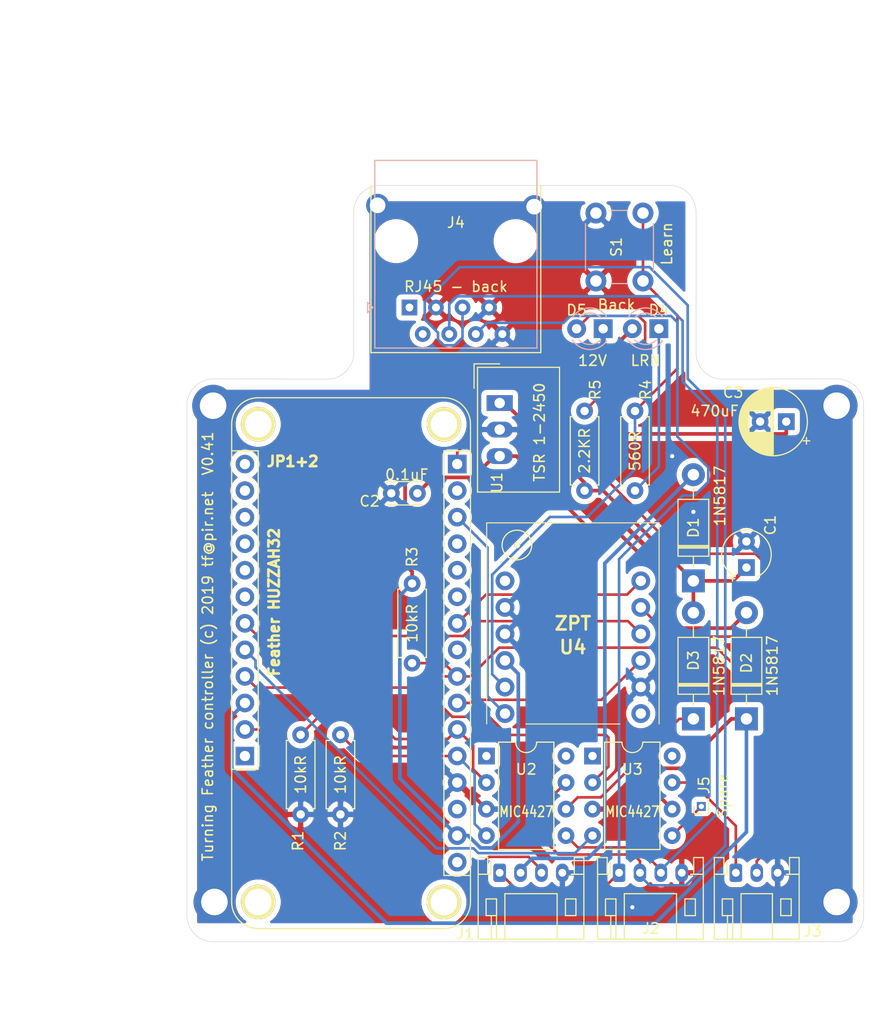
<source format=kicad_pcb>
(kicad_pcb (version 20171130) (host pcbnew "(5.1.4-0-10_14)")
  (layers (0 F.Cu signal) (31 B.Cu signal) (37 F.SilkS user) (38 B.Mask user) (39 F.Mask user) (44 Edge.Cuts user))
  (net 0 "")
  (net 1 +12V)
  (net 2 GND)
  (net 3 +5V)
  (net 4 "Net-(D1-Pad2)")
  (net 5 +3V3)
  (net 6 "Net-(J1-Pad3)")
  (net 7 "Net-(J2-Pad3)")
  (net 8 "Net-(U2-Pad1)")
  (net 9 "Net-(U2-Pad8)")
  (net 10 "Net-(U3-Pad8)")
  (net 11 "Net-(U3-Pad1)")
  (net 12 "Net-(U4-Pad1)")
  (net 13 "Net-(U4-Pad7)")
  (net 14 "Net-(R4-Pad1)")
  (net 15 "Net-(J3-Pad2)")
  (net 16 "Net-(C2-Pad1)")
  (net 17 "Net-(J2-Pad2)")
  (net 18 "Net-(J3-Pad1)")
  (net 19 "Net-(JP1+2-Pad1)")
  (net 20 "Net-(JP1+2-Pad3)")
  (net 21 "Net-(JP1+2-Pad5)")
  (net 22 "Net-(JP1+2-Pad6)")
  (net 23 "Net-(JP1+2-Pad7)")
  (net 24 "Net-(JP1+2-Pad9)")
  (net 25 "Net-(JP1+2-Pad10)")
  (net 26 "Net-(JP1+2-Pad11)")
  (net 27 "Net-(JP1+2-Pad12)")
  (net 28 "Net-(JP1+2-Pad13)")
  (net 29 "Net-(JP1+2-Pad14)")
  (net 30 "Net-(JP1+2-Pad15)")
  (net 31 "Net-(JP1+2-Pad16)")
  (net 32 "Net-(JP1+2-Pad28)")
  (net 33 "Net-(JP1+2-Pad25)")
  (net 34 "Net-(JP1+2-Pad24)")
  (net 35 "Net-(JP1+2-Pad23)")
  (net 36 "Net-(JP1+2-Pad22)")
  (net 37 "Net-(JP1+2-Pad21)")
  (net 38 "Net-(JP1+2-Pad20)")
  (net 39 "Net-(JP1+2-Pad19)")
  (net 40 "Net-(JP1+2-Pad18)")
  (net 41 "Net-(JP1+2-Pad17)")
  (net 42 "Net-(J1-Pad1)")
  (net 43 "Net-(J4-Pad2)")
  (net 44 "Net-(J4-Pad1)")
  (net 45 "Net-(D4-Pad1)")
  (net 46 "Net-(J5-Pad1)")
  (net 47 "Net-(D3-Pad1)")
  (net 48 "Net-(D5-Pad2)")
  (module turning-feather:ZPT8RD (layer F.Cu) (at 135.128 132.334)
    (fp_text reference U4 (at 6.5 6.35) (layer F.SilkS) (effects (font (size 1.27 1.27) (thickness 0.254))))
    (fp_text value ZPT (at 6.5 4.075) (layer F.SilkS) (effects (font (size 1.27 1.27) (thickness 0.254))))
    (pad 1 thru_hole circle (at 0 0) (size 1.8 1.8) (drill 1) (layers *.Cu *.Mask) (net 12 "Net-(U4-Pad1)"))
    (pad 2 thru_hole circle (at 0 2.54) (size 1.8 1.8) (drill 1) (layers *.Cu *.Mask) (net 2 GND))
    (pad 3 thru_hole circle (at 0 5.08) (size 1.8 1.8) (drill 1) (layers *.Cu *.Mask) (net 2 GND))
    (pad 4 thru_hole circle (at 0 7.62) (size 1.8 1.8) (drill 1) (layers *.Cu *.Mask) (net 5 +3V3))
    (pad 5 thru_hole circle (at 0 10.16) (size 1.8 1.8) (drill 1) (layers *.Cu *.Mask) (net 14 "Net-(R4-Pad1)"))
    (pad 6 thru_hole circle (at 0 12.7) (size 1.8 1.8) (drill 1) (layers *.Cu *.Mask) (net 29 "Net-(JP1+2-Pad14)"))
    (pad 7 thru_hole circle (at 13 12.7) (size 1.8 1.8) (drill 1) (layers *.Cu *.Mask) (net 13 "Net-(U4-Pad7)"))
    (pad 8 thru_hole circle (at 13 10.16) (size 1.8 1.8) (drill 1) (layers *.Cu *.Mask) (net 2 GND))
    (pad 9 thru_hole circle (at 13 7.62) (size 1.8 1.8) (drill 1) (layers *.Cu *.Mask) (net 23 "Net-(JP1+2-Pad7)"))
    (pad 10 thru_hole circle (at 13 5.08) (size 1.8 1.8) (drill 1) (layers *.Cu *.Mask) (net 35 "Net-(JP1+2-Pad23)"))
    (pad 11 thru_hole circle (at 13 2.54) (size 1.8 1.8) (drill 1) (layers *.Cu *.Mask) (net 31 "Net-(JP1+2-Pad16)"))
    (pad 12 thru_hole circle (at 13 0) (size 1.8 1.8) (drill 1) (layers *.Cu *.Mask) (net 25 "Net-(JP1+2-Pad10)"))
  )
  (module turning-feather:RJ45_Horizontal_Shielded (layer B.Cu) (at 125.984 106.172)
    (fp_text reference J4 (at 4.445 -8.128) (layer F.SilkS))
    (fp_text value RJ45_Shielded)
    (fp_text user "RJ45 - back" (at 4.445 -2) (layer F.SilkS))
    (pad 8 thru_hole circle (at 8.89 2.54) (size 1.5 1.5) (drill 0.76) (layers *.Cu *.Mask) (net 2 GND))
    (pad 7 thru_hole circle (at 7.62 0) (size 1.5 1.5) (drill 0.76) (layers *.Cu *.Mask) (net 2 GND))
    (pad 6 thru_hole circle (at 6.35 2.54) (size 1.5 1.5) (drill 0.76) (layers *.Cu *.Mask) (net 42 "Net-(J1-Pad1)"))
    (pad 5 thru_hole circle (at 5.08 0) (size 1.5 1.5) (drill 0.76) (layers *.Cu *.Mask) (net 17 "Net-(J2-Pad2)"))
    (pad 4 thru_hole circle (at 3.81 2.54) (size 1.5 1.5) (drill 0.76) (layers *.Cu *.Mask) (net 7 "Net-(J2-Pad3)"))
    (pad 3 thru_hole circle (at 2.54 0) (size 1.5 1.5) (drill 0.76) (layers *.Cu *.Mask) (net 2 GND))
    (pad 2 thru_hole circle (at 1.27 2.54) (size 1.5 1.5) (drill 0.76) (layers *.Cu *.Mask) (net 43 "Net-(J4-Pad2)"))
    (pad 1 thru_hole rect (at 0 0) (size 1.5 1.5) (drill 0.76) (layers *.Cu *.Mask) (net 44 "Net-(J4-Pad1)"))
    (pad "" np_thru_hole circle (at -1.27 -6.35) (size 3.2 3.2) (drill 3.2) (layers *.Cu *.Mask))
    (pad "" np_thru_hole circle (at 10.16 -6.35) (size 3.2 3.2) (drill 3.2) (layers *.Cu *.Mask))
    (pad SH1 thru_hole circle (at -3.048 -9.779) (size 2.2 2.2) (drill 1.5) (layers *.Cu *.Mask) (net 2 GND))
    (pad SH2 thru_hole circle (at 11.938 -9.652) (size 2.2 2.2) (drill 1.5) (layers *.Cu *.Mask) (net 2 GND))
  )
  (module Package_DIP:DIP-8_W7.62mm (layer F.Cu) (at 133.35 149.098)
    (fp_text reference U2 (at 3.81 1.27) (layer F.SilkS))
    (fp_text value MIC4427 (at 3.81 5.334) (layer F.SilkS) (effects (font (size 1 0.8))))
    (pad 1 thru_hole rect (at 0 0) (size 1.6 1.6) (drill 0.8) (layers *.Cu *.Mask) (net 8 "Net-(U2-Pad1)"))
    (pad 5 thru_hole oval (at 7.62 7.62) (size 1.6 1.6) (drill 0.8) (layers *.Cu *.Mask) (net 7 "Net-(J2-Pad3)"))
    (pad 2 thru_hole oval (at 0 2.54) (size 1.6 1.6) (drill 0.8) (layers *.Cu *.Mask) (net 22 "Net-(JP1+2-Pad6)"))
    (pad 6 thru_hole oval (at 7.62 5.08) (size 1.6 1.6) (drill 0.8) (layers *.Cu *.Mask) (net 47 "Net-(D3-Pad1)"))
    (pad 3 thru_hole oval (at 0 5.08) (size 1.6 1.6) (drill 0.8) (layers *.Cu *.Mask) (net 2 GND))
    (pad 7 thru_hole oval (at 7.62 2.54) (size 1.6 1.6) (drill 0.8) (layers *.Cu *.Mask) (net 17 "Net-(J2-Pad2)"))
    (pad 4 thru_hole oval (at 0 7.62) (size 1.6 1.6) (drill 0.8) (layers *.Cu *.Mask) (net 21 "Net-(JP1+2-Pad5)"))
    (pad 8 thru_hole oval (at 7.62 0) (size 1.6 1.6) (drill 0.8) (layers *.Cu *.Mask) (net 9 "Net-(U2-Pad8)"))
  )
  (module turning-feather:ADAFRUIT_FEATHER (layer F.Cu) (at 120.396 140.208 180)
    (fp_text reference JP1+2 (at 5.588 19.304 180) (layer F.SilkS) (effects (font (thickness 0.25))))
    (fp_text value "Feather HUZZAH32" (at 7.366 5.842 270) (layer F.SilkS) (effects (font (thickness 0.25))))
    (pad "" thru_hole circle (at 8.89 -22.86 90) (size 3.302 3.302) (drill 2.54) (layers *.Cu *.Mask F.SilkS))
    (pad "" thru_hole circle (at -8.89 -22.86 90) (size 3.302 3.302) (drill 2.54) (layers *.Cu *.Mask F.SilkS))
    (pad "" thru_hole circle (at -8.89 22.86 90) (size 3.302 3.302) (drill 2.54) (layers *.Cu *.Mask F.SilkS))
    (pad "" thru_hole circle (at 8.89 22.86 90) (size 3.302 3.302) (drill 2.54) (layers *.Cu *.Mask F.SilkS))
    (pad 1 thru_hole circle (at -10.16 -19.05 90) (size 1.778 1.778) (drill 0.9906) (layers *.Cu *.Mask) (net 19 "Net-(JP1+2-Pad1)"))
    (pad 2 thru_hole circle (at -10.16 -16.51 90) (size 1.778 1.778) (drill 0.9906) (layers *.Cu *.Mask) (net 5 +3V3))
    (pad 3 thru_hole circle (at -10.16 -13.97 90) (size 1.778 1.778) (drill 0.9906) (layers *.Cu *.Mask) (net 20 "Net-(JP1+2-Pad3)"))
    (pad 4 thru_hole circle (at -10.16 -11.43 90) (size 1.778 1.778) (drill 0.9906) (layers *.Cu *.Mask) (net 2 GND))
    (pad 5 thru_hole circle (at -10.16 -8.89 90) (size 1.778 1.778) (drill 0.9906) (layers *.Cu *.Mask) (net 21 "Net-(JP1+2-Pad5)"))
    (pad 6 thru_hole circle (at -10.16 -6.35 90) (size 1.778 1.778) (drill 0.9906) (layers *.Cu *.Mask) (net 22 "Net-(JP1+2-Pad6)"))
    (pad 7 thru_hole circle (at -10.16 -3.81 90) (size 1.778 1.778) (drill 0.9906) (layers *.Cu *.Mask) (net 23 "Net-(JP1+2-Pad7)"))
    (pad 8 thru_hole circle (at -10.16 -1.27 90) (size 1.778 1.778) (drill 0.9906) (layers *.Cu *.Mask) (net 15 "Net-(J3-Pad2)"))
    (pad 9 thru_hole circle (at -10.16 1.27 90) (size 1.778 1.778) (drill 0.9906) (layers *.Cu *.Mask) (net 24 "Net-(JP1+2-Pad9)"))
    (pad 10 thru_hole circle (at -10.16 3.81 90) (size 1.778 1.778) (drill 0.9906) (layers *.Cu *.Mask) (net 25 "Net-(JP1+2-Pad10)"))
    (pad 11 thru_hole circle (at -10.16 6.35 90) (size 1.778 1.778) (drill 0.9906) (layers *.Cu *.Mask) (net 26 "Net-(JP1+2-Pad11)"))
    (pad 12 thru_hole circle (at -10.16 8.89 90) (size 1.778 1.778) (drill 0.9906) (layers *.Cu *.Mask) (net 27 "Net-(JP1+2-Pad12)"))
    (pad 13 thru_hole circle (at -10.16 11.43 90) (size 1.778 1.778) (drill 0.9906) (layers *.Cu *.Mask) (net 28 "Net-(JP1+2-Pad13)"))
    (pad 14 thru_hole circle (at -10.16 13.97 90) (size 1.778 1.778) (drill 0.9906) (layers *.Cu *.Mask) (net 29 "Net-(JP1+2-Pad14)"))
    (pad 15 thru_hole circle (at -10.16 16.51 90) (size 1.778 1.778) (drill 0.9906) (layers *.Cu *.Mask) (net 30 "Net-(JP1+2-Pad15)"))
    (pad 16 thru_hole rect (at -10.16 19.05 90) (size 1.778 1.778) (drill 0.9906) (layers *.Cu *.Mask) (net 31 "Net-(JP1+2-Pad16)"))
    (pad 27 thru_hole circle (at 10.16 -6.35 90) (size 1.778 1.778) (drill 0.9906) (layers *.Cu *.Mask) (net 6 "Net-(J1-Pad3)"))
    (pad 28 thru_hole rect (at 10.16 -8.89 90) (size 1.778 1.778) (drill 0.9906) (layers *.Cu *.Mask) (net 32 "Net-(JP1+2-Pad28)"))
    (pad 26 thru_hole circle (at 10.16 -3.81 90) (size 1.778 1.778) (drill 0.9906) (layers *.Cu *.Mask) (net 3 +5V))
    (pad 25 thru_hole circle (at 10.16 -1.27 90) (size 1.778 1.778) (drill 0.9906) (layers *.Cu *.Mask) (net 33 "Net-(JP1+2-Pad25)"))
    (pad 24 thru_hole circle (at 10.16 1.27 90) (size 1.778 1.778) (drill 0.9906) (layers *.Cu *.Mask) (net 34 "Net-(JP1+2-Pad24)"))
    (pad 23 thru_hole circle (at 10.16 3.81 90) (size 1.778 1.778) (drill 0.9906) (layers *.Cu *.Mask) (net 35 "Net-(JP1+2-Pad23)"))
    (pad 22 thru_hole circle (at 10.16 6.35 90) (size 1.778 1.778) (drill 0.9906) (layers *.Cu *.Mask) (net 36 "Net-(JP1+2-Pad22)"))
    (pad 21 thru_hole circle (at 10.16 8.89 90) (size 1.778 1.778) (drill 0.9906) (layers *.Cu *.Mask) (net 37 "Net-(JP1+2-Pad21)"))
    (pad 20 thru_hole circle (at 10.16 11.43 90) (size 1.778 1.778) (drill 0.9906) (layers *.Cu *.Mask) (net 38 "Net-(JP1+2-Pad20)"))
    (pad 19 thru_hole circle (at 10.16 13.97 90) (size 1.778 1.778) (drill 0.9906) (layers *.Cu *.Mask) (net 39 "Net-(JP1+2-Pad19)"))
    (pad 18 thru_hole circle (at 10.16 16.51 90) (size 1.778 1.778) (drill 0.9906) (layers *.Cu *.Mask) (net 40 "Net-(JP1+2-Pad18)"))
    (pad 17 thru_hole circle (at 10.16 19.05 90) (size 1.778 1.778) (drill 0.9906) (layers *.Cu *.Mask) (net 41 "Net-(JP1+2-Pad17)"))
  )
  (module Connector_JST:JST_PH_S3B-PH-K_1x03_P2.00mm_Horizontal (layer F.Cu) (at 157.226 160.274)
    (fp_text reference J3 (at 7.366 5.588) (layer F.SilkS))
    (fp_text value Buttons/beep)
    (pad 1 thru_hole roundrect (at 0 0) (size 1.2 1.75) (drill 0.75) (layers *.Cu *.Mask) (roundrect_rratio 0.208333) (net 18 "Net-(J3-Pad1)"))
    (pad 2 thru_hole oval (at 2 0) (size 1.2 1.75) (drill 0.75) (layers *.Cu *.Mask) (net 15 "Net-(J3-Pad2)"))
    (pad 3 thru_hole oval (at 4 0) (size 1.2 1.75) (drill 0.75) (layers *.Cu *.Mask) (net 2 GND))
  )
  (module Connector_JST:JST_PH_S4B-PH-K_1x04_P2.00mm_Horizontal (layer F.Cu) (at 146.05 160.274)
    (fp_text reference J2 (at 3.048 5.334) (layer F.SilkS))
    (fp_text value "Out to RJ45")
    (pad 1 thru_hole roundrect (at 0 0) (size 1.2 1.75) (drill 0.75) (layers *.Cu *.Mask) (roundrect_rratio 0.208333) (net 42 "Net-(J1-Pad1)"))
    (pad 2 thru_hole oval (at 2 0) (size 1.2 1.75) (drill 0.75) (layers *.Cu *.Mask) (net 17 "Net-(J2-Pad2)"))
    (pad 3 thru_hole oval (at 4 0) (size 1.2 1.75) (drill 0.75) (layers *.Cu *.Mask) (net 7 "Net-(J2-Pad3)"))
    (pad 4 thru_hole oval (at 6 0) (size 1.2 1.75) (drill 0.75) (layers *.Cu *.Mask) (net 2 GND))
  )
  (module Button_Switch_THT:SW_PUSH_6mm_H5mm (layer B.Cu) (at 148.336 103.632 90)
    (fp_text reference S1 (at 3.25 -2.54 270) (layer F.SilkS))
    (fp_text value Learn (at 3.556 2.286 270) (layer F.SilkS))
    (pad 2 thru_hole circle (at 0 -4.5) (size 2 2) (drill 1.1) (layers *.Cu *.Mask) (net 2 GND))
    (pad 1 thru_hole circle (at 0 0) (size 2 2) (drill 1.1) (layers *.Cu *.Mask) (net 14 "Net-(R4-Pad1)"))
    (pad 2 thru_hole circle (at 6.5 -4.5) (size 2 2) (drill 1.1) (layers *.Cu *.Mask) (net 2 GND))
    (pad 1 thru_hole circle (at 6.5 0) (size 2 2) (drill 1.1) (layers *.Cu *.Mask) (net 14 "Net-(R4-Pad1)"))
  )
  (module Package_DIP:DIP-8_W7.62mm (layer F.Cu) (at 143.51 149.098)
    (fp_text reference U3 (at 3.81 1.27) (layer F.SilkS))
    (fp_text value MIC4427 (at 3.81 5.334) (layer F.SilkS) (effects (font (size 1 0.8))))
    (pad 8 thru_hole oval (at 7.62 0) (size 1.6 1.6) (drill 0.8) (layers *.Cu *.Mask) (net 10 "Net-(U3-Pad8)"))
    (pad 4 thru_hole oval (at 0 7.62) (size 1.6 1.6) (drill 0.8) (layers *.Cu *.Mask) (net 34 "Net-(JP1+2-Pad24)"))
    (pad 7 thru_hole oval (at 7.62 2.54) (size 1.6 1.6) (drill 0.8) (layers *.Cu *.Mask) (net 18 "Net-(J3-Pad1)"))
    (pad 3 thru_hole oval (at 0 5.08) (size 1.6 1.6) (drill 0.8) (layers *.Cu *.Mask) (net 2 GND))
    (pad 6 thru_hole oval (at 7.62 5.08) (size 1.6 1.6) (drill 0.8) (layers *.Cu *.Mask) (net 3 +5V))
    (pad 2 thru_hole oval (at 0 2.54) (size 1.6 1.6) (drill 0.8) (layers *.Cu *.Mask) (net 33 "Net-(JP1+2-Pad25)"))
    (pad 5 thru_hole oval (at 7.62 7.62) (size 1.6 1.6) (drill 0.8) (layers *.Cu *.Mask) (net 46 "Net-(J5-Pad1)"))
    (pad 1 thru_hole rect (at 0 0) (size 1.6 1.6) (drill 0.8) (layers *.Cu *.Mask) (net 11 "Net-(U3-Pad1)"))
  )
  (module Resistor_THT:R_Axial_DIN0207_L6.3mm_D2.5mm_P7.62mm_Horizontal (layer F.Cu) (at 119.38 147.066 270)
    (fp_text reference R2 (at 10.16 0 90) (layer F.SilkS))
    (fp_text value 10kR (at 3.81 0 90) (layer F.SilkS))
    (pad 2 thru_hole oval (at 7.62 0 270) (size 1.6 1.6) (drill 0.8) (layers *.Cu *.Mask) (net 2 GND))
    (pad 1 thru_hole circle (at 0 0 270) (size 1.6 1.6) (drill 0.8) (layers *.Cu *.Mask) (net 21 "Net-(JP1+2-Pad5)"))
  )
  (module Resistor_THT:R_Axial_DIN0207_L6.3mm_D2.5mm_P7.62mm_Horizontal (layer F.Cu) (at 115.57 147.066 270)
    (fp_text reference R1 (at 10.16 0.254 90) (layer F.SilkS))
    (fp_text value 10kR (at 3.81 0 90) (layer F.SilkS))
    (pad 2 thru_hole oval (at 7.62 0 270) (size 1.6 1.6) (drill 0.8) (layers *.Cu *.Mask) (net 2 GND))
    (pad 1 thru_hole circle (at 0 0 270) (size 1.6 1.6) (drill 0.8) (layers *.Cu *.Mask) (net 22 "Net-(JP1+2-Pad6)"))
  )
  (module LED_THT:LED_D3.0mm_Clear (layer B.Cu) (at 149.86 108.204 180)
    (fp_text reference D4 (at 0 1.778) (layer F.SilkS))
    (fp_text value LRN (at 1.27 -3.048) (layer F.SilkS))
    (pad 1 thru_hole rect (at 0 0 180) (size 1.8 1.8) (drill 0.9) (layers *.Cu *.Mask) (net 45 "Net-(D4-Pad1)"))
    (pad 2 thru_hole circle (at 2.54 0 180) (size 1.8 1.8) (drill 0.9) (layers *.Cu *.Mask) (net 5 +3V3))
  )
  (module Resistor_THT:R_Axial_DIN0207_L6.3mm_D2.5mm_P7.62mm_Horizontal (layer F.Cu) (at 126.238 132.588 270)
    (fp_text reference R3 (at -2.54 0 90) (layer F.SilkS))
    (fp_text value 10kR (at 3.81 0 90) (layer F.SilkS))
    (pad 1 thru_hole circle (at 0 0 270) (size 1.6 1.6) (drill 0.8) (layers *.Cu *.Mask) (net 5 +3V3))
    (pad 2 thru_hole oval (at 7.62 0 270) (size 1.6 1.6) (drill 0.8) (layers *.Cu *.Mask) (net 15 "Net-(J3-Pad2)"))
  )
  (module Resistor_THT:R_Axial_DIN0207_L6.3mm_D2.5mm_P7.62mm_Horizontal (layer F.Cu) (at 147.574 116.078 270)
    (fp_text reference R4 (at -2.032 -1.016 90) (layer F.SilkS))
    (fp_text value 560R (at 3.81 0 90) (layer F.SilkS))
    (pad 2 thru_hole oval (at 7.62 0 270) (size 1.6 1.6) (drill 0.8) (layers *.Cu *.Mask) (net 45 "Net-(D4-Pad1)"))
    (pad 1 thru_hole circle (at 0 0 270) (size 1.6 1.6) (drill 0.8) (layers *.Cu *.Mask) (net 14 "Net-(R4-Pad1)"))
  )
  (module Capacitor_THT:C_Disc_D3.0mm_W2.0mm_P2.50mm (layer F.Cu) (at 126.746 123.952 180)
    (fp_text reference C2 (at 4.572 -0.762) (layer F.SilkS))
    (fp_text value 0.1uF (at 1.016 1.778) (layer F.SilkS))
    (pad 2 thru_hole circle (at 2.5 0 180) (size 1.6 1.6) (drill 0.8) (layers *.Cu *.Mask) (net 2 GND))
    (pad 1 thru_hole circle (at 0 0 180) (size 1.6 1.6) (drill 0.8) (layers *.Cu *.Mask) (net 16 "Net-(C2-Pad1)"))
  )
  (module LED_THT:LED_D3.0mm_Clear (layer B.Cu) (at 144.526 108.204 180)
    (fp_text reference D5 (at 2.54 1.778) (layer F.SilkS))
    (fp_text value 12V (at 1.016 -3.048) (layer F.SilkS))
    (pad 1 thru_hole rect (at 0 0 180) (size 1.8 1.8) (drill 0.9) (layers *.Cu *.Mask) (net 2 GND))
    (pad 2 thru_hole circle (at 2.54 0 180) (size 1.8 1.8) (drill 0.9) (layers *.Cu *.Mask) (net 48 "Net-(D5-Pad2)"))
  )
  (module Resistor_THT:R_Axial_DIN0207_L6.3mm_D2.5mm_P7.62mm_Horizontal (layer F.Cu) (at 142.748 116.078 270)
    (fp_text reference R5 (at -2.032 -1.016 90) (layer F.SilkS))
    (fp_text value 2.2KR (at 3.81 0 90) (layer F.SilkS))
    (pad 1 thru_hole circle (at 0 0 270) (size 1.6 1.6) (drill 0.8) (layers *.Cu *.Mask) (net 48 "Net-(D5-Pad2)"))
    (pad 2 thru_hole oval (at 7.62 0 270) (size 1.6 1.6) (drill 0.8) (layers *.Cu *.Mask) (net 1 +12V))
  )
  (module turning-feather:Converter_DCDC_TRACO_TSR-1_THT (layer F.Cu) (at 134.62 115.316 270)
    (fp_text reference U1 (at 7.62 0.254 90) (layer F.SilkS))
    (fp_text value "TSR 1-2450" (at 2.794 -3.81 90) (layer F.SilkS))
    (pad 1 thru_hole rect (at 0 0 270) (size 1.5 2.5) (drill 1) (layers *.Cu *.Mask) (net 1 +12V))
    (pad 2 thru_hole oval (at 2.54 0 270) (size 1.5 2.5) (drill 1) (layers *.Cu *.Mask) (net 2 GND))
    (pad 3 thru_hole oval (at 5.08 0 270) (size 1.5 2.5) (drill 1) (layers *.Cu *.Mask) (net 16 "Net-(C2-Pad1)"))
  )
  (module Capacitor_THT:CP_Radial_D6.3mm_P2.50mm (layer F.Cu) (at 162.052 117.094 180)
    (fp_text reference C3 (at 5.08 2.794) (layer F.SilkS))
    (fp_text value 470uF (at 6.858 1.016) (layer F.SilkS))
    (pad 1 thru_hole rect (at 0 0 180) (size 1.6 1.6) (drill 0.8) (layers *.Cu *.Mask) (net 5 +3V3))
    (pad 2 thru_hole circle (at 2.5 0 180) (size 1.6 1.6) (drill 0.8) (layers *.Cu *.Mask) (net 2 GND))
  )
  (module Connector_JST:JST_PH_S4B-PH-K_1x04_P2.00mm_Horizontal (layer F.Cu) (at 134.62 160.274)
    (fp_text reference J1 (at -3.302 5.842) (layer F.SilkS))
    (fp_text value "Out to power switch")
    (pad 1 thru_hole roundrect (at 0 0) (size 1.2 1.75) (drill 0.75) (layers *.Cu *.Mask) (roundrect_rratio 0.208333) (net 42 "Net-(J1-Pad1)"))
    (pad 2 thru_hole oval (at 2 0) (size 1.2 1.75) (drill 0.75) (layers *.Cu *.Mask) (net 4 "Net-(D1-Pad2)"))
    (pad 3 thru_hole oval (at 4 0) (size 1.2 1.75) (drill 0.75) (layers *.Cu *.Mask) (net 6 "Net-(J1-Pad3)"))
    (pad 4 thru_hole oval (at 6 0) (size 1.2 1.75) (drill 0.75) (layers *.Cu *.Mask) (net 2 GND))
  )
  (module Diode_THT:D_DO-41_SOD81_P10.16mm_Horizontal (layer F.Cu) (at 153.162 132.334 90)
    (fp_text reference D1 (at 5.08 0 90) (layer F.SilkS))
    (fp_text value 1N5817 (at 8.128 2.54 90) (layer F.SilkS))
    (pad 1 thru_hole rect (at 0 0 90) (size 2.2 2.2) (drill 1.1) (layers *.Cu *.Mask) (net 1 +12V))
    (pad 2 thru_hole oval (at 10.16 0 90) (size 2.2 2.2) (drill 1.1) (layers *.Cu *.Mask) (net 4 "Net-(D1-Pad2)"))
  )
  (module Diode_THT:D_DO-41_SOD81_P10.16mm_Horizontal (layer F.Cu) (at 158.242 145.542 90)
    (fp_text reference D2 (at 5.334 0 90) (layer F.SilkS))
    (fp_text value 1N5817 (at 5.08 2.47 90) (layer F.SilkS))
    (pad 2 thru_hole oval (at 10.16 0 90) (size 2.2 2.2) (drill 1.1) (layers *.Cu *.Mask) (net 16 "Net-(C2-Pad1)"))
    (pad 1 thru_hole rect (at 0 0 90) (size 2.2 2.2) (drill 1.1) (layers *.Cu *.Mask) (net 3 +5V))
  )
  (module Diode_THT:D_DO-41_SOD81_P10.16mm_Horizontal (layer F.Cu) (at 153.162 145.542 90)
    (fp_text reference D3 (at 5.588 0 90) (layer F.SilkS))
    (fp_text value 1N5817 (at 5.08 2.47 90) (layer F.SilkS))
    (pad 1 thru_hole rect (at 0 0 90) (size 2.2 2.2) (drill 1.1) (layers *.Cu *.Mask) (net 47 "Net-(D3-Pad1)"))
    (pad 2 thru_hole oval (at 10.16 0 90) (size 2.2 2.2) (drill 1.1) (layers *.Cu *.Mask) (net 1 +12V))
  )
  (module Connector_PinHeader_1.00mm:PinHeader_1x01_P1.00mm_Vertical (layer F.Cu) (at 153.924 153.924 90)
    (fp_text reference J5 (at 2.032 0.254 90) (layer F.SilkS))
    (fp_text value Spare (at 1.016 2.032 90) (layer F.SilkS))
    (pad 1 thru_hole rect (at 0 0 90) (size 0.85 0.85) (drill 0.5) (layers *.Cu *.Mask) (net 46 "Net-(J5-Pad1)"))
  )
  (module Capacitor_THT:CP_Radial_Tantal_D4.5mm_P2.50mm (layer F.Cu) (at 158.242 131.064 90)
    (fp_text reference C1 (at 4.064 2.286 90) (layer F.SilkS))
    (fp_text value 22uF)
    (pad 1 thru_hole rect (at 0 0 90) (size 1.6 1.6) (drill 0.8) (layers *.Cu *.Mask) (net 1 +12V))
    (pad 2 thru_hole circle (at 2.5 0 90) (size 1.6 1.6) (drill 0.8) (layers *.Cu *.Mask) (net 2 GND))
  )
  (gr_text Back (at 145.796 105.918) (layer F.SilkS) (effects (font (size 1 1))))
  (gr_line (start 169.4561 163.0426) (end 169.4561 164.338) (layer Edge.Cuts) (width 0.05))
  (gr_line (start 104.6861 164.338) (end 104.6861 163.0426) (layer Edge.Cuts) (width 0.05))
  (gr_line (start 118.11 113.03) (end 107.2261 113.0046) (layer Edge.Cuts) (width 0.05))
  (gr_line (start 120.65 97.028) (end 120.65 110.49) (layer Edge.Cuts) (width 0.05))
  (gr_line (start 150.876 94.488) (end 123.19 94.488) (layer Edge.Cuts) (width 0.05))
  (gr_line (start 153.416 110.49) (end 153.416 97.028) (layer Edge.Cuts) (width 0.05))
  (gr_line (start 166.9161 113.0046) (end 155.956 113.03) (layer Edge.Cuts) (width 0.05))
  (gr_arc (start 155.956 110.49) (end 153.416 110.49) (angle -90) (layer Edge.Cuts) (width 0.05))
  (gr_arc (start 150.876 97.028) (end 153.416 97.028) (angle -90) (layer Edge.Cuts) (width 0.05))
  (gr_arc (start 123.19 97.028) (end 123.19 94.488) (angle -90) (layer Edge.Cuts) (width 0.05))
  (gr_arc (start 118.11 110.49) (end 118.11 113.03) (angle -90) (layer Edge.Cuts) (width 0.05))
  (gr_line (start 122.301 110.49) (end 122.301 94.488) (layer F.SilkS) (width 0.12))
  (gr_line (start 138.557 110.49) (end 122.301 110.49) (layer F.SilkS) (width 0.12))
  (gr_line (start 138.557 94.488) (end 138.557 110.49) (layer F.SilkS) (width 0.12))
  (gr_text V0.41 (at 106.68 120.142 90) (layer F.SilkS) (effects (font (size 1 1))))
  (gr_text "Turning Feather controller (c) 2019 tf@pir.net" (at 106.68 141.478 90) (layer F.SilkS) (effects (font (size 1 1))))
  (gr_arc (start 166.9161 115.5446) (end 166.9161 113.0046) (angle 90) (layer Edge.Cuts) (width 0.05))
  (gr_arc (start 107.2261 115.5446) (end 104.6861 115.5446) (angle 90) (layer Edge.Cuts) (width 0.05))
  (gr_arc (start 166.9161 164.338) (end 169.4561 164.338) (angle 90) (layer Edge.Cuts) (width 0.05))
  (gr_line (start 169.4561 115.5446) (end 169.4561 163.0426) (layer Edge.Cuts) (width 0.05))
  (gr_line (start 104.6861 163.0426) (end 104.6861 115.5446) (layer Edge.Cuts) (width 0.05))
  (gr_arc (start 107.2261 164.338) (end 107.2261 166.878) (angle 90) (layer Edge.Cuts) (width 0.05))
  (gr_line (start 166.9161 166.878) (end 107.2261 166.878) (layer Edge.Cuts) (width 0.05))
  (segment (start 142.748 122.944) (end 142.748 123.698) (width 0.35) (layer F.Cu) (net 1))
  (segment (start 135.12 115.316) (end 142.748 122.944) (width 0.35) (layer F.Cu) (net 1))
  (segment (start 134.62 115.316) (end 135.12 115.316) (width 0.35) (layer F.Cu) (net 1))
  (segment (start 153.162 135.382) (end 153.162 132.334) (width 0.35) (layer F.Cu) (net 1))
  (segment (start 156.972 132.334) (end 158.242 131.064) (width 0.35) (layer F.Cu) (net 1))
  (segment (start 153.162 132.334) (end 156.972 132.334) (width 0.35) (layer F.Cu) (net 1))
  (segment (start 144.526 123.698) (end 153.162 132.334) (width 0.35) (layer F.Cu) (net 1))
  (segment (start 142.748 123.698) (end 144.526 123.698) (width 0.35) (layer F.Cu) (net 1))
  (via (at 107.315 163.068) (size 4) (drill 2.54) (layers F.Cu B.Cu) (net 2))
  (via (at 107.188 115.57) (size 4) (drill 2.54) (layers F.Cu B.Cu) (net 2))
  (via (at 166.878 115.57) (size 4) (drill 2.54) (layers F.Cu B.Cu) (net 2))
  (via (at 166.878 163.068) (size 4) (drill 2.54) (layers F.Cu B.Cu) (net 2))
  (segment (start 152.05 159.999) (end 152.05 160.274) (width 0.35) (layer F.Cu) (net 2))
  (segment (start 152.05 160.549) (end 152.05 160.274) (width 0.35) (layer F.Cu) (net 2))
  (segment (start 130.81 151.638) (end 130.556 151.638) (width 0.35) (layer F.Cu) (net 2))
  (segment (start 133.35 154.178) (end 130.81 151.638) (width 0.35) (layer F.Cu) (net 2))
  (via (at 151.13 120.396) (size 0.8) (drill 0.4) (layers F.Cu B.Cu) (net 2))
  (via (at 153.162 125.73) (size 0.8) (drill 0.4) (layers F.Cu B.Cu) (net 2))
  (via (at 147.32 163.576) (size 0.8) (drill 0.4) (layers F.Cu B.Cu) (net 2))
  (segment (start 155.316999 147.017001) (end 156.792 145.542) (width 0.35) (layer F.Cu) (net 3))
  (segment (start 156.792 145.542) (end 158.242 145.542) (width 0.35) (layer F.Cu) (net 3))
  (segment (start 109.347001 144.906999) (end 110.236 144.018) (width 0.35) (layer B.Cu) (net 3))
  (segment (start 108.971999 145.282001) (end 109.347001 144.906999) (width 0.35) (layer B.Cu) (net 3))
  (segment (start 108.971999 150.287001) (end 108.971999 145.282001) (width 0.35) (layer B.Cu) (net 3))
  (segment (start 149.520282 165.094001) (end 123.778999 165.094001) (width 0.35) (layer B.Cu) (net 3))
  (segment (start 123.778999 165.094001) (end 108.971999 150.287001) (width 0.35) (layer B.Cu) (net 3))
  (segment (start 158.242 145.542) (end 158.242 156.372283) (width 0.35) (layer B.Cu) (net 3))
  (segment (start 158.242 156.372283) (end 149.520282 165.094001) (width 0.35) (layer B.Cu) (net 3))
  (segment (start 149.098 152.146) (end 151.13 154.178) (width 0.35) (layer F.Cu) (net 3))
  (segment (start 149.098 151.384) (end 149.098 152.146) (width 0.35) (layer F.Cu) (net 3))
  (segment (start 150.208999 150.273001) (end 149.098 151.384) (width 0.35) (layer F.Cu) (net 3))
  (segment (start 152.060999 150.273001) (end 150.208999 150.273001) (width 0.35) (layer F.Cu) (net 3))
  (segment (start 156.792 145.542) (end 152.060999 150.273001) (width 0.35) (layer F.Cu) (net 3))
  (segment (start 136.62 160.274) (end 136.966128 160.274) (width 0.35) (layer B.Cu) (net 4))
  (segment (start 136.62 160.274) (end 136.62 160.549) (width 0.35) (layer F.Cu) (net 4))
  (segment (start 144.685001 157.282001) (end 144.685001 130.650999) (width 0.35) (layer B.Cu) (net 4))
  (segment (start 144.685001 130.650999) (end 153.162 122.174) (width 0.35) (layer B.Cu) (net 4))
  (segment (start 143.07398 158.893022) (end 144.685001 157.282001) (width 0.35) (layer B.Cu) (net 4))
  (segment (start 136.62 159.999) (end 136.62 160.274) (width 0.35) (layer B.Cu) (net 4))
  (segment (start 137.725978 158.893022) (end 136.62 159.999) (width 0.35) (layer B.Cu) (net 4))
  (segment (start 143.07398 158.893022) (end 137.725978 158.893022) (width 0.35) (layer B.Cu) (net 4))
  (segment (start 147.32 108.204) (end 143.764 111.76) (width 0.35) (layer F.Cu) (net 5))
  (segment (start 136.403001 155.404001) (end 136.403001 141.229001) (width 0.35) (layer B.Cu) (net 5))
  (segment (start 136.027999 140.853999) (end 135.128 139.954) (width 0.35) (layer B.Cu) (net 5))
  (segment (start 133.914001 157.893001) (end 136.403001 155.404001) (width 0.35) (layer B.Cu) (net 5))
  (segment (start 132.785999 157.893001) (end 133.914001 157.893001) (width 0.35) (layer B.Cu) (net 5))
  (segment (start 136.403001 141.229001) (end 136.027999 140.853999) (width 0.35) (layer B.Cu) (net 5))
  (segment (start 131.610998 156.718) (end 132.785999 157.893001) (width 0.35) (layer B.Cu) (net 5))
  (segment (start 130.556 156.718) (end 131.610998 156.718) (width 0.35) (layer B.Cu) (net 5))
  (segment (start 125.062999 151.224999) (end 125.062999 133.763001) (width 0.35) (layer B.Cu) (net 5))
  (segment (start 125.438001 133.387999) (end 126.238 132.588) (width 0.35) (layer B.Cu) (net 5))
  (segment (start 125.062999 133.763001) (end 125.438001 133.387999) (width 0.35) (layer B.Cu) (net 5))
  (segment (start 130.556 156.718) (end 125.062999 151.224999) (width 0.35) (layer B.Cu) (net 5))
  (segment (start 126.238 131.45663) (end 125.570999 130.789629) (width 0.35) (layer F.Cu) (net 5))
  (segment (start 125.570999 130.789629) (end 125.570999 117.291999) (width 0.35) (layer F.Cu) (net 5))
  (segment (start 126.238 132.588) (end 126.238 131.45663) (width 0.35) (layer F.Cu) (net 5))
  (segment (start 162.052 118.244) (end 162.052 117.094) (width 0.35) (layer F.Cu) (net 5))
  (segment (start 162.026999 118.269001) (end 162.052 118.244) (width 0.35) (layer F.Cu) (net 5))
  (segment (start 129.324998 113.538) (end 129.305499 113.557499) (width 0.35) (layer F.Cu) (net 5))
  (segment (start 142.145001 118.269001) (end 144.177001 118.269001) (width 0.35) (layer F.Cu) (net 5))
  (segment (start 140.716 116.84) (end 142.145001 118.269001) (width 0.35) (layer F.Cu) (net 5))
  (segment (start 144.177001 118.269001) (end 162.026999 118.269001) (width 0.35) (layer F.Cu) (net 5))
  (segment (start 143.199999 118.269001) (end 144.177001 118.269001) (width 0.35) (layer F.Cu) (net 5))
  (segment (start 147.32 108.204) (end 143.51 112.014) (width 0.35) (layer F.Cu) (net 5))
  (segment (start 129.051499 113.811499) (end 129.305499 113.557499) (width 0.35) (layer F.Cu) (net 5))
  (segment (start 130.848998 112.014) (end 129.051499 113.811499) (width 0.35) (layer F.Cu) (net 5))
  (segment (start 125.570999 117.291999) (end 129.051499 113.811499) (width 0.35) (layer F.Cu) (net 5))
  (segment (start 140.716 114.3) (end 140.716 112.014) (width 0.35) (layer F.Cu) (net 5))
  (segment (start 140.716 112.014) (end 130.848998 112.014) (width 0.35) (layer F.Cu) (net 5))
  (segment (start 143.51 112.014) (end 140.716 112.014) (width 0.35) (layer F.Cu) (net 5))
  (segment (start 140.716 113.538) (end 140.716 114.3) (width 0.35) (layer F.Cu) (net 5))
  (segment (start 140.716 114.3) (end 140.716 116.84) (width 0.35) (layer F.Cu) (net 5))
  (segment (start 138.62 159.999) (end 138.62 160.274) (width 0.25) (layer F.Cu) (net 6))
  (segment (start 137.414 158.75) (end 137.414 158.793) (width 0.25) (layer F.Cu) (net 6))
  (segment (start 133.604 158.75) (end 137.414 158.75) (width 0.25) (layer F.Cu) (net 6))
  (segment (start 131.572 160.782) (end 133.604 158.75) (width 0.25) (layer F.Cu) (net 6))
  (segment (start 121.92 160.782) (end 131.572 160.782) (width 0.25) (layer F.Cu) (net 6))
  (segment (start 111.493235 146.558) (end 112.451499 147.516264) (width 0.25) (layer F.Cu) (net 6))
  (segment (start 117.602 156.464) (end 121.92 160.782) (width 0.25) (layer F.Cu) (net 6))
  (segment (start 137.414 158.793) (end 138.62 159.999) (width 0.25) (layer F.Cu) (net 6))
  (segment (start 110.236 146.558) (end 111.493235 146.558) (width 0.25) (layer F.Cu) (net 6))
  (segment (start 117.602 154.573002) (end 117.602 156.464) (width 0.25) (layer F.Cu) (net 6))
  (segment (start 112.451499 147.516264) (end 112.451499 149.422501) (width 0.25) (layer F.Cu) (net 6))
  (segment (start 112.451499 149.422501) (end 117.602 154.573002) (width 0.25) (layer F.Cu) (net 6))
  (segment (start 141.769999 157.517999) (end 140.97 156.718) (width 0.25) (layer F.Cu) (net 7))
  (segment (start 142.095001 157.843001) (end 141.769999 157.517999) (width 0.25) (layer F.Cu) (net 7))
  (segment (start 147.894001 157.843001) (end 142.095001 157.843001) (width 0.25) (layer F.Cu) (net 7))
  (segment (start 150.05 159.999) (end 147.894001 157.843001) (width 0.25) (layer F.Cu) (net 7))
  (segment (start 150.05 160.274) (end 150.05 159.999) (width 0.25) (layer F.Cu) (net 7))
  (segment (start 129.794 107.65134) (end 129.794 108.712) (width 0.25) (layer B.Cu) (net 7))
  (segment (start 130.547999 105.096999) (end 129.794 105.850998) (width 0.25) (layer B.Cu) (net 7))
  (segment (start 152.132707 107.455293) (end 149.774412 105.096999) (width 0.25) (layer B.Cu) (net 7))
  (segment (start 129.794 105.850998) (end 129.794 107.65134) (width 0.25) (layer B.Cu) (net 7))
  (segment (start 152.132707 113.270707) (end 152.132707 107.455293) (width 0.25) (layer B.Cu) (net 7))
  (segment (start 155.448 154.601) (end 155.448 116.586) (width 0.25) (layer B.Cu) (net 7))
  (segment (start 155.448 116.586) (end 152.132707 113.270707) (width 0.25) (layer B.Cu) (net 7))
  (segment (start 150.05 159.999) (end 155.448 154.601) (width 0.25) (layer B.Cu) (net 7))
  (segment (start 149.774412 105.096999) (end 130.547999 105.096999) (width 0.25) (layer B.Cu) (net 7))
  (segment (start 150.05 160.274) (end 150.05 159.999) (width 0.25) (layer B.Cu) (net 7))
  (segment (start 148.336 97.132) (end 148.336 103.632) (width 0.25) (layer F.Cu) (net 14))
  (segment (start 148.336 103.632) (end 151.638 106.934) (width 0.25) (layer F.Cu) (net 14))
  (segment (start 151.638 112.014) (end 147.574 116.078) (width 0.25) (layer F.Cu) (net 14))
  (segment (start 151.638 106.934) (end 151.638 112.014) (width 0.25) (layer F.Cu) (net 14))
  (segment (start 133.902999 141.268999) (end 133.902999 131.745999) (width 0.25) (layer B.Cu) (net 14))
  (segment (start 135.128 142.494) (end 133.902999 141.268999) (width 0.25) (layer B.Cu) (net 14))
  (segment (start 139.428499 126.220499) (end 143.019501 126.220499) (width 0.25) (layer B.Cu) (net 14))
  (segment (start 133.902999 131.745999) (end 139.428499 126.220499) (width 0.25) (layer B.Cu) (net 14))
  (segment (start 147.574 121.666) (end 147.574 119.634) (width 0.25) (layer B.Cu) (net 14))
  (segment (start 143.019501 126.220499) (end 147.574 121.666) (width 0.25) (layer B.Cu) (net 14))
  (segment (start 147.574 119.634) (end 147.574 116.078) (width 0.25) (layer B.Cu) (net 14))
  (segment (start 130.556 141.478) (end 129.298765 141.478) (width 0.25) (layer F.Cu) (net 15))
  (segment (start 129.286 140.208) (end 130.556 141.478) (width 0.25) (layer F.Cu) (net 15))
  (segment (start 126.238 140.208) (end 129.286 140.208) (width 0.25) (layer F.Cu) (net 15))
  (segment (start 159.226 159.149) (end 159.226 160.274) (width 0.25) (layer F.Cu) (net 15))
  (segment (start 131.813235 141.478) (end 134.562236 138.728999) (width 0.25) (layer F.Cu) (net 15))
  (segment (start 160.274 143.599998) (end 160.274 158.101) (width 0.25) (layer F.Cu) (net 15))
  (segment (start 160.274 158.101) (end 159.226 159.149) (width 0.25) (layer F.Cu) (net 15))
  (segment (start 155.403001 138.728999) (end 160.274 143.599998) (width 0.25) (layer F.Cu) (net 15))
  (segment (start 134.562236 138.728999) (end 155.403001 138.728999) (width 0.25) (layer F.Cu) (net 15))
  (segment (start 130.556 141.478) (end 131.813235 141.478) (width 0.25) (layer F.Cu) (net 15))
  (segment (start 127.545999 123.152001) (end 126.746 123.952) (width 0.35) (layer F.Cu) (net 16))
  (segment (start 128.264001 122.433999) (end 127.545999 123.152001) (width 0.35) (layer F.Cu) (net 16))
  (segment (start 132.082001 122.433999) (end 128.264001 122.433999) (width 0.35) (layer F.Cu) (net 16))
  (segment (start 134.12 120.396) (end 132.082001 122.433999) (width 0.35) (layer F.Cu) (net 16))
  (segment (start 134.62 120.396) (end 134.12 120.396) (width 0.35) (layer F.Cu) (net 16))
  (segment (start 136.22 120.396) (end 134.62 120.396) (width 0.35) (layer F.Cu) (net 16))
  (segment (start 146.042085 127.769915) (end 143.593915 127.769915) (width 0.35) (layer F.Cu) (net 16))
  (segment (start 143.593915 127.769915) (end 136.22 120.396) (width 0.35) (layer F.Cu) (net 16))
  (segment (start 150.741085 132.468915) (end 146.042085 127.769915) (width 0.35) (layer F.Cu) (net 16))
  (segment (start 151.843001 136.857001) (end 150.741085 135.755085) (width 0.35) (layer F.Cu) (net 16))
  (segment (start 150.741085 135.755085) (end 150.741085 132.468915) (width 0.35) (layer F.Cu) (net 16))
  (segment (start 156.766999 136.857001) (end 151.843001 136.857001) (width 0.35) (layer F.Cu) (net 16))
  (segment (start 158.242 135.382) (end 156.766999 136.857001) (width 0.35) (layer F.Cu) (net 16))
  (segment (start 148.97501 161.47401) (end 148.05 160.549) (width 0.25) (layer B.Cu) (net 17))
  (segment (start 148.05 160.549) (end 148.05 160.274) (width 0.25) (layer B.Cu) (net 17))
  (segment (start 131.064 106.172) (end 131.064 109.033002) (width 0.25) (layer B.Cu) (net 17))
  (segment (start 128.718999 108.585997) (end 127.448999 107.315997) (width 0.25) (layer B.Cu) (net 17))
  (segment (start 131.064 109.033002) (end 130.310001 109.787001) (width 0.25) (layer B.Cu) (net 17))
  (segment (start 130.310001 109.787001) (end 129.277999 109.787001) (width 0.25) (layer B.Cu) (net 17))
  (segment (start 127.448999 105.655999) (end 130.797999 102.306999) (width 0.25) (layer B.Cu) (net 17))
  (segment (start 128.718999 109.228001) (end 128.718999 108.585997) (width 0.25) (layer B.Cu) (net 17))
  (segment (start 127.448999 107.315997) (end 127.448999 105.655999) (width 0.25) (layer B.Cu) (net 17))
  (segment (start 152.618501 112.994501) (end 156.21 116.586) (width 0.25) (layer B.Cu) (net 17))
  (segment (start 130.797999 102.306999) (end 148.972001 102.306999) (width 0.25) (layer B.Cu) (net 17))
  (segment (start 156.21 157.697161) (end 152.433151 161.47401) (width 0.25) (layer B.Cu) (net 17))
  (segment (start 129.277999 109.787001) (end 128.718999 109.228001) (width 0.25) (layer B.Cu) (net 17))
  (segment (start 152.433151 161.47401) (end 148.97501 161.47401) (width 0.25) (layer B.Cu) (net 17))
  (segment (start 156.21 116.586) (end 156.21 157.697161) (width 0.25) (layer B.Cu) (net 17))
  (segment (start 152.618501 105.953499) (end 152.618501 112.994501) (width 0.25) (layer B.Cu) (net 17))
  (segment (start 148.972001 102.306999) (end 152.618501 105.953499) (width 0.25) (layer B.Cu) (net 17))
  (segment (start 140.208 152.4) (end 140.97 151.638) (width 0.25) (layer F.Cu) (net 17))
  (segment (start 138.938 157.226) (end 138.938 153.67) (width 0.25) (layer F.Cu) (net 17))
  (segment (start 148.05 159.149) (end 147.42498 158.52398) (width 0.25) (layer F.Cu) (net 17))
  (segment (start 140.23598 158.52398) (end 138.938 157.226) (width 0.25) (layer F.Cu) (net 17))
  (segment (start 138.938 153.67) (end 140.208 152.4) (width 0.25) (layer F.Cu) (net 17))
  (segment (start 147.42498 158.52398) (end 140.23598 158.52398) (width 0.25) (layer F.Cu) (net 17))
  (segment (start 148.05 160.274) (end 148.05 159.149) (width 0.25) (layer F.Cu) (net 17))
  (segment (start 157.226 159.299) (end 157.226 160.274) (width 0.25) (layer F.Cu) (net 18))
  (segment (start 157.226 155.790998) (end 157.226 159.299) (width 0.25) (layer F.Cu) (net 18))
  (segment (start 153.073002 151.638) (end 157.226 155.790998) (width 0.25) (layer F.Cu) (net 18))
  (segment (start 151.13 151.638) (end 153.073002 151.638) (width 0.25) (layer F.Cu) (net 18))
  (segment (start 121.412 149.098) (end 130.556 149.098) (width 0.25) (layer F.Cu) (net 21))
  (segment (start 119.38 147.066) (end 121.412 149.098) (width 0.25) (layer F.Cu) (net 21))
  (segment (start 131.444999 149.986999) (end 130.556 149.098) (width 0.25) (layer B.Cu) (net 21))
  (segment (start 132.224999 150.766999) (end 131.444999 149.986999) (width 0.25) (layer B.Cu) (net 21))
  (segment (start 132.224999 155.592999) (end 132.224999 150.766999) (width 0.25) (layer B.Cu) (net 21))
  (segment (start 133.35 156.718) (end 132.224999 155.592999) (width 0.25) (layer B.Cu) (net 21))
  (segment (start 129.667001 147.446999) (end 130.556 146.558) (width 0.25) (layer F.Cu) (net 22))
  (segment (start 129.638999 147.475001) (end 129.667001 147.446999) (width 0.25) (layer F.Cu) (net 22))
  (segment (start 121.674998 144.526) (end 124.623999 147.475001) (width 0.25) (layer F.Cu) (net 22))
  (segment (start 124.623999 147.475001) (end 129.638999 147.475001) (width 0.25) (layer F.Cu) (net 22))
  (segment (start 118.11 144.526) (end 121.674998 144.526) (width 0.25) (layer F.Cu) (net 22))
  (segment (start 115.57 147.066) (end 118.11 144.526) (width 0.25) (layer F.Cu) (net 22))
  (segment (start 132.08 148.082) (end 132.08 150.368) (width 0.25) (layer F.Cu) (net 22))
  (segment (start 132.224999 150.512999) (end 133.35 151.638) (width 0.25) (layer F.Cu) (net 22))
  (segment (start 132.08 150.368) (end 132.224999 150.512999) (width 0.25) (layer F.Cu) (net 22))
  (segment (start 130.556 146.558) (end 132.08 148.082) (width 0.25) (layer F.Cu) (net 22))
  (segment (start 131.813235 144.018) (end 130.556 144.018) (width 0.25) (layer F.Cu) (net 23))
  (segment (start 132.112234 143.719001) (end 131.813235 144.018) (width 0.25) (layer F.Cu) (net 23))
  (segment (start 144.362999 143.719001) (end 132.112234 143.719001) (width 0.25) (layer F.Cu) (net 23))
  (segment (start 148.128 139.954) (end 144.362999 143.719001) (width 0.25) (layer F.Cu) (net 23))
  (segment (start 131.444999 135.509001) (end 130.556 136.398) (width 0.25) (layer F.Cu) (net 25))
  (segment (start 146.813001 133.648999) (end 133.305001 133.648999) (width 0.25) (layer F.Cu) (net 25))
  (segment (start 133.305001 133.648999) (end 131.444999 135.509001) (width 0.25) (layer F.Cu) (net 25))
  (segment (start 148.128 132.334) (end 146.813001 133.648999) (width 0.25) (layer F.Cu) (net 25))
  (segment (start 133.452988 143.358988) (end 134.228001 144.134001) (width 0.25) (layer B.Cu) (net 29))
  (segment (start 133.452988 129.134988) (end 133.452988 143.358988) (width 0.25) (layer B.Cu) (net 29))
  (segment (start 134.228001 144.134001) (end 135.128 145.034) (width 0.25) (layer B.Cu) (net 29))
  (segment (start 130.556 126.238) (end 133.452988 129.134988) (width 0.25) (layer B.Cu) (net 29))
  (segment (start 150.137 136.883) (end 148.128 134.874) (width 0.25) (layer F.Cu) (net 31))
  (segment (start 159.766 137.668) (end 150.876 137.668) (width 0.25) (layer F.Cu) (net 31))
  (segment (start 160.528 136.906) (end 159.766 137.668) (width 0.25) (layer F.Cu) (net 31))
  (segment (start 150.876 137.668) (end 150.137 136.929) (width 0.25) (layer F.Cu) (net 31))
  (segment (start 136.144 113.284) (end 137.077682 114.217682) (width 0.25) (layer F.Cu) (net 31))
  (segment (start 159.102001 129.738999) (end 160.528 131.164998) (width 0.25) (layer F.Cu) (net 31))
  (segment (start 151.926363 129.738999) (end 159.102001 129.738999) (width 0.25) (layer F.Cu) (net 31))
  (segment (start 137.077682 114.890318) (end 151.926363 129.738999) (width 0.25) (layer F.Cu) (net 31))
  (segment (start 137.077682 114.217682) (end 137.077682 114.890318) (width 0.25) (layer F.Cu) (net 31))
  (segment (start 160.528 131.164998) (end 160.528 136.906) (width 0.25) (layer F.Cu) (net 31))
  (segment (start 133.604 113.284) (end 136.144 113.284) (width 0.25) (layer F.Cu) (net 31))
  (segment (start 132.3995 114.4885) (end 133.604 113.284) (width 0.25) (layer F.Cu) (net 31))
  (segment (start 150.137 136.929) (end 150.137 136.883) (width 0.25) (layer F.Cu) (net 31))
  (segment (start 132.3995 118.1755) (end 132.3995 114.4885) (width 0.25) (layer F.Cu) (net 31))
  (segment (start 130.556 120.019) (end 132.3995 118.1755) (width 0.25) (layer F.Cu) (net 31))
  (segment (start 130.556 121.158) (end 130.556 120.019) (width 0.25) (layer F.Cu) (net 31))
  (segment (start 111.307001 142.549001) (end 127.290279 142.549001) (width 0.25) (layer F.Cu) (net 33))
  (segment (start 130.085277 145.343999) (end 133.624997 145.343999) (width 0.25) (layer F.Cu) (net 33))
  (segment (start 127.290279 142.549001) (end 130.085277 145.343999) (width 0.25) (layer F.Cu) (net 33))
  (segment (start 110.236 141.478) (end 111.307001 142.549001) (width 0.25) (layer F.Cu) (net 33))
  (segment (start 133.624997 145.343999) (end 135.364499 147.083501) (width 0.25) (layer F.Cu) (net 33))
  (segment (start 135.364499 147.083501) (end 144.797501 147.083501) (width 0.25) (layer F.Cu) (net 33))
  (segment (start 144.797501 147.083501) (end 145.034 147.32) (width 0.25) (layer F.Cu) (net 33))
  (segment (start 145.034 150.114) (end 143.51 151.638) (width 0.25) (layer F.Cu) (net 33))
  (segment (start 145.034 147.32) (end 145.034 150.114) (width 0.25) (layer F.Cu) (net 33))
  (segment (start 128.580999 157.932001) (end 111.252 140.603002) (width 0.25) (layer B.Cu) (net 34))
  (segment (start 132.117879 157.932001) (end 128.580999 157.932001) (width 0.25) (layer B.Cu) (net 34))
  (segment (start 132.578889 158.393011) (end 132.117879 157.932001) (width 0.25) (layer B.Cu) (net 34))
  (segment (start 141.834989 158.393011) (end 132.578889 158.393011) (width 0.25) (layer B.Cu) (net 34))
  (segment (start 143.51 156.718) (end 141.834989 158.393011) (width 0.25) (layer B.Cu) (net 34))
  (segment (start 111.252 140.603002) (end 111.252 139.954) (width 0.25) (layer B.Cu) (net 34))
  (segment (start 110.236 138.938) (end 111.252 139.954) (width 0.25) (layer B.Cu) (net 34))
  (segment (start 132.561723 136.188999) (end 131.138721 137.612001) (width 0.25) (layer F.Cu) (net 35))
  (segment (start 131.138721 137.612001) (end 111.450001 137.612001) (width 0.25) (layer F.Cu) (net 35))
  (segment (start 146.902999 136.188999) (end 132.561723 136.188999) (width 0.25) (layer F.Cu) (net 35))
  (segment (start 111.450001 137.612001) (end 110.236 136.398) (width 0.25) (layer F.Cu) (net 35))
  (segment (start 148.128 137.414) (end 146.902999 136.188999) (width 0.25) (layer F.Cu) (net 35))
  (segment (start 146.05 159.299) (end 146.05 160.274) (width 0.25) (layer B.Cu) (net 42))
  (segment (start 146.05 130.247122) (end 146.05 159.299) (width 0.25) (layer B.Cu) (net 42))
  (segment (start 153.285891 124.159111) (end 152.138011 124.159111) (width 0.25) (layer B.Cu) (net 42))
  (segment (start 154.587001 121.489999) (end 154.587001 122.858001) (width 0.25) (layer B.Cu) (net 42))
  (segment (start 154.587001 122.858001) (end 153.285891 124.159111) (width 0.25) (layer B.Cu) (net 42))
  (segment (start 151.63001 118.533008) (end 154.587001 121.489999) (width 0.25) (layer B.Cu) (net 42))
  (segment (start 152.138011 124.159111) (end 146.05 130.247122) (width 0.25) (layer B.Cu) (net 42))
  (segment (start 151.63001 107.589008) (end 151.63001 118.533008) (width 0.25) (layer B.Cu) (net 42))
  (segment (start 151.020001 106.978999) (end 151.63001 107.589008) (width 0.25) (layer B.Cu) (net 42))
  (segment (start 141.397999 106.978999) (end 151.020001 106.978999) (width 0.25) (layer B.Cu) (net 42))
  (segment (start 140.739999 107.636999) (end 141.397999 106.978999) (width 0.25) (layer B.Cu) (net 42))
  (segment (start 133.409001 107.636999) (end 140.739999 107.636999) (width 0.25) (layer B.Cu) (net 42))
  (segment (start 132.334 108.712) (end 133.409001 107.636999) (width 0.25) (layer B.Cu) (net 42))
  (segment (start 145.37929 160.94471) (end 146.05 160.274) (width 0.25) (layer F.Cu) (net 42))
  (segment (start 134.62 160.274) (end 137.406011 163.060011) (width 0.25) (layer F.Cu) (net 42))
  (segment (start 137.406011 163.060011) (end 143.263989 163.060011) (width 0.25) (layer F.Cu) (net 42))
  (segment (start 143.263989 163.060011) (end 145.37929 160.94471) (width 0.25) (layer F.Cu) (net 42))
  (segment (start 149.86 121.412) (end 147.574 123.698) (width 0.25) (layer B.Cu) (net 45))
  (segment (start 149.86 108.204) (end 149.86 121.412) (width 0.25) (layer B.Cu) (net 45))
  (segment (start 151.929999 155.918001) (end 153.924 153.924) (width 0.25) (layer F.Cu) (net 46))
  (segment (start 151.13 156.718) (end 151.929999 155.918001) (width 0.25) (layer F.Cu) (net 46))
  (segment (start 142.095001 153.052999) (end 141.769999 153.378001) (width 0.25) (layer F.Cu) (net 47))
  (segment (start 144.301001 153.052999) (end 142.095001 153.052999) (width 0.25) (layer F.Cu) (net 47))
  (segment (start 141.769999 153.378001) (end 140.97 154.178) (width 0.25) (layer F.Cu) (net 47))
  (segment (start 151.812 145.542) (end 144.301001 153.052999) (width 0.25) (layer F.Cu) (net 47))
  (segment (start 153.162 145.542) (end 151.812 145.542) (width 0.25) (layer F.Cu) (net 47))
  (segment (start 148.545001 110.280999) (end 143.547999 115.278001) (width 0.25) (layer F.Cu) (net 48))
  (segment (start 148.545001 107.615999) (end 148.545001 110.280999) (width 0.25) (layer F.Cu) (net 48))
  (segment (start 143.547999 115.278001) (end 142.748 116.078) (width 0.25) (layer F.Cu) (net 48))
  (segment (start 147.908001 106.978999) (end 148.545001 107.615999) (width 0.25) (layer F.Cu) (net 48))
  (segment (start 143.211001 106.978999) (end 147.908001 106.978999) (width 0.25) (layer F.Cu) (net 48))
  (segment (start 141.986 108.204) (end 143.211001 106.978999) (width 0.25) (layer F.Cu) (net 48))
  (zone (net 2) (net_name GND) (layer F.Cu) (connect_pads (clearance 0.508)) (min_thickness 0.254) (fill yes (arc_segments 32) (thermal_gap 0.508) (thermal_bridge_width 0.508))
    (polygon (pts (xy 152.4 96.012) (xy 152.4 114.046) (xy 168.402 114.046) (xy 168.402 165.1) (xy 105.664 165.1) (xy 105.664 114.046) (xy 122.174 114.046) (xy 122.174 96.012)))
  )
  (zone (net 2) (net_name GND) (layer B.Cu) (connect_pads (clearance 0.508)) (min_thickness 0.254) (fill yes (arc_segments 32) (thermal_gap 0.508) (thermal_bridge_width 0.508))
    (polygon (pts (xy 122.174 114.046) (xy 122.174 96.012) (xy 152.4 96.012) (xy 152.4 114.046) (xy 168.402 114.046) (xy 168.402 165.1) (xy 105.664 165.1) (xy 105.664 114.046)))
  )
)
</source>
